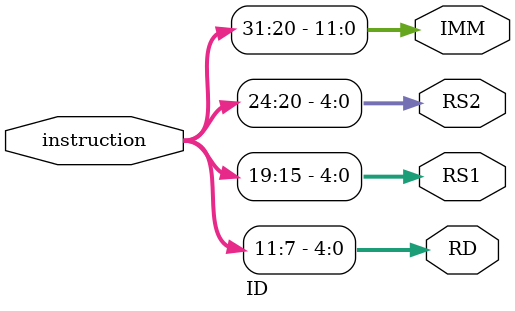
<source format=v>
module ID(instruction, RD, RS1, RS2, IMM);
//define I/O
input [31:0] instruction; // 32-bit instr.
output [4:0] RD, RS1, RS2; // 5-bit 
output [11:0] IMM; // 12-bit immediate

	assign RD = instruction [11:7];
	assign RS1 = instruction [19:15];
	assign RS2 = instruction [24:20];
	assign IMM = instruction [31:20];
endmodule

</source>
